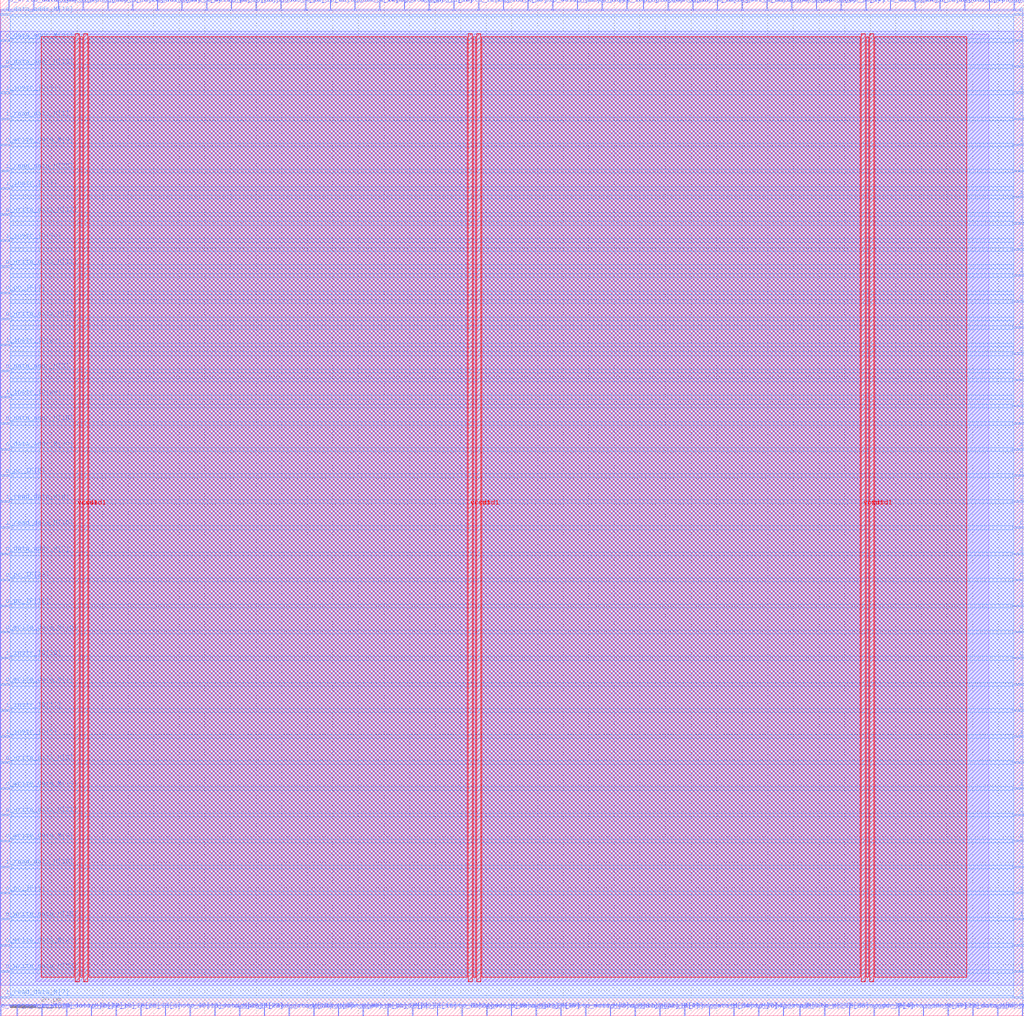
<source format=lef>
VERSION 5.7 ;
  NOWIREEXTENSIONATPIN ON ;
  DIVIDERCHAR "/" ;
  BUSBITCHARS "[]" ;
MACRO core
  CLASS BLOCK ;
  FOREIGN core ;
  ORIGIN 0.000 0.000 ;
  SIZE 400.210 BY 397.090 ;
  PIN clk
    DIRECTION INPUT ;
    USE SIGNAL ;
    ANTENNAGATEAREA 0.852000 ;
    PORT
      LAYER met2 ;
        RECT 312.430 0.000 312.710 4.000 ;
    END
  END clk
  PIN i_instr_ID[0]
    DIRECTION INPUT ;
    USE SIGNAL ;
    PORT
      LAYER met2 ;
        RECT 196.510 393.090 196.790 397.090 ;
    END
  END i_instr_ID[0]
  PIN i_instr_ID[10]
    DIRECTION INPUT ;
    USE SIGNAL ;
    ANTENNAGATEAREA 0.196500 ;
    PORT
      LAYER met3 ;
        RECT 396.210 380.840 400.210 381.440 ;
    END
  END i_instr_ID[10]
  PIN i_instr_ID[11]
    DIRECTION INPUT ;
    USE SIGNAL ;
    ANTENNAGATEAREA 0.196500 ;
    PORT
      LAYER met3 ;
        RECT 396.210 319.640 400.210 320.240 ;
    END
  END i_instr_ID[11]
  PIN i_instr_ID[12]
    DIRECTION INPUT ;
    USE SIGNAL ;
    ANTENNAGATEAREA 0.196500 ;
    PORT
      LAYER met2 ;
        RECT 235.150 393.090 235.430 397.090 ;
    END
  END i_instr_ID[12]
  PIN i_instr_ID[13]
    DIRECTION INPUT ;
    USE SIGNAL ;
    ANTENNAGATEAREA 0.159000 ;
    PORT
      LAYER met3 ;
        RECT 0.000 119.040 4.000 119.640 ;
    END
  END i_instr_ID[13]
  PIN i_instr_ID[14]
    DIRECTION INPUT ;
    USE SIGNAL ;
    ANTENNAGATEAREA 0.196500 ;
    PORT
      LAYER met2 ;
        RECT 357.510 393.090 357.790 397.090 ;
    END
  END i_instr_ID[14]
  PIN i_instr_ID[15]
    DIRECTION INPUT ;
    USE SIGNAL ;
    ANTENNAGATEAREA 0.196500 ;
    PORT
      LAYER met2 ;
        RECT 64.490 0.000 64.770 4.000 ;
    END
  END i_instr_ID[15]
  PIN i_instr_ID[16]
    DIRECTION INPUT ;
    USE SIGNAL ;
    ANTENNAGATEAREA 0.196500 ;
    PORT
      LAYER met3 ;
        RECT 396.210 6.840 400.210 7.440 ;
    END
  END i_instr_ID[16]
  PIN i_instr_ID[17]
    DIRECTION INPUT ;
    USE SIGNAL ;
    ANTENNAGATEAREA 0.196500 ;
    PORT
      LAYER met2 ;
        RECT 244.810 393.090 245.090 397.090 ;
    END
  END i_instr_ID[17]
  PIN i_instr_ID[18]
    DIRECTION INPUT ;
    USE SIGNAL ;
    ANTENNAGATEAREA 0.196500 ;
    PORT
      LAYER met3 ;
        RECT 396.210 108.840 400.210 109.440 ;
    END
  END i_instr_ID[18]
  PIN i_instr_ID[19]
    DIRECTION INPUT ;
    USE SIGNAL ;
    ANTENNAGATEAREA 0.196500 ;
    PORT
      LAYER met3 ;
        RECT 396.210 221.040 400.210 221.640 ;
    END
  END i_instr_ID[19]
  PIN i_instr_ID[1]
    DIRECTION INPUT ;
    USE SIGNAL ;
    PORT
      LAYER met2 ;
        RECT 138.550 393.090 138.830 397.090 ;
    END
  END i_instr_ID[1]
  PIN i_instr_ID[20]
    DIRECTION INPUT ;
    USE SIGNAL ;
    ANTENNAGATEAREA 0.196500 ;
    PORT
      LAYER met3 ;
        RECT 0.000 139.440 4.000 140.040 ;
    END
  END i_instr_ID[20]
  PIN i_instr_ID[21]
    DIRECTION INPUT ;
    USE SIGNAL ;
    ANTENNAGATEAREA 0.196500 ;
    PORT
      LAYER met2 ;
        RECT 177.190 393.090 177.470 397.090 ;
    END
  END i_instr_ID[21]
  PIN i_instr_ID[22]
    DIRECTION INPUT ;
    USE SIGNAL ;
    ANTENNAGATEAREA 0.196500 ;
    PORT
      LAYER met2 ;
        RECT 25.850 0.000 26.130 4.000 ;
    END
  END i_instr_ID[22]
  PIN i_instr_ID[23]
    DIRECTION INPUT ;
    USE SIGNAL ;
    ANTENNAGATEAREA 0.196500 ;
    PORT
      LAYER met3 ;
        RECT 0.000 261.840 4.000 262.440 ;
    END
  END i_instr_ID[23]
  PIN i_instr_ID[24]
    DIRECTION INPUT ;
    USE SIGNAL ;
    ANTENNAGATEAREA 0.196500 ;
    PORT
      LAYER met2 ;
        RECT 170.750 0.000 171.030 4.000 ;
    END
  END i_instr_ID[24]
  PIN i_instr_ID[25]
    DIRECTION INPUT ;
    USE SIGNAL ;
    ANTENNAGATEAREA 0.196500 ;
    PORT
      LAYER met3 ;
        RECT 396.210 180.240 400.210 180.840 ;
    END
  END i_instr_ID[25]
  PIN i_instr_ID[26]
    DIRECTION INPUT ;
    USE SIGNAL ;
    ANTENNAGATEAREA 0.196500 ;
    PORT
      LAYER met2 ;
        RECT 41.950 393.090 42.230 397.090 ;
    END
  END i_instr_ID[26]
  PIN i_instr_ID[27]
    DIRECTION INPUT ;
    USE SIGNAL ;
    ANTENNAGATEAREA 0.196500 ;
    PORT
      LAYER met2 ;
        RECT 270.570 393.090 270.850 397.090 ;
    END
  END i_instr_ID[27]
  PIN i_instr_ID[28]
    DIRECTION INPUT ;
    USE SIGNAL ;
    ANTENNAGATEAREA 0.196500 ;
    PORT
      LAYER met3 ;
        RECT 0.000 241.440 4.000 242.040 ;
    END
  END i_instr_ID[28]
  PIN i_instr_ID[29]
    DIRECTION INPUT ;
    USE SIGNAL ;
    ANTENNAGATEAREA 0.196500 ;
    PORT
      LAYER met2 ;
        RECT 360.730 0.000 361.010 4.000 ;
    END
  END i_instr_ID[29]
  PIN i_instr_ID[2]
    DIRECTION INPUT ;
    USE SIGNAL ;
    ANTENNAGATEAREA 0.196500 ;
    PORT
      LAYER met2 ;
        RECT 396.150 393.090 396.430 397.090 ;
    END
  END i_instr_ID[2]
  PIN i_instr_ID[30]
    DIRECTION INPUT ;
    USE SIGNAL ;
    ANTENNAGATEAREA 0.159000 ;
    PORT
      LAYER met3 ;
        RECT 0.000 302.640 4.000 303.240 ;
    END
  END i_instr_ID[30]
  PIN i_instr_ID[31]
    DIRECTION INPUT ;
    USE SIGNAL ;
    ANTENNAGATEAREA 0.213000 ;
    PORT
      LAYER met3 ;
        RECT 0.000 360.440 4.000 361.040 ;
    END
  END i_instr_ID[31]
  PIN i_instr_ID[3]
    DIRECTION INPUT ;
    USE SIGNAL ;
    ANTENNAGATEAREA 0.196500 ;
    PORT
      LAYER met3 ;
        RECT 396.210 37.440 400.210 38.040 ;
    END
  END i_instr_ID[3]
  PIN i_instr_ID[4]
    DIRECTION INPUT ;
    USE SIGNAL ;
    ANTENNAGATEAREA 0.196500 ;
    PORT
      LAYER met2 ;
        RECT 286.670 0.000 286.950 4.000 ;
    END
  END i_instr_ID[4]
  PIN i_instr_ID[5]
    DIRECTION INPUT ;
    USE SIGNAL ;
    ANTENNAGATEAREA 0.159000 ;
    PORT
      LAYER met3 ;
        RECT 0.000 108.840 4.000 109.440 ;
    END
  END i_instr_ID[5]
  PIN i_instr_ID[6]
    DIRECTION INPUT ;
    USE SIGNAL ;
    ANTENNAGATEAREA 0.213000 ;
    PORT
      LAYER met2 ;
        RECT 389.710 0.000 389.990 4.000 ;
    END
  END i_instr_ID[6]
  PIN i_instr_ID[7]
    DIRECTION INPUT ;
    USE SIGNAL ;
    ANTENNAGATEAREA 0.159000 ;
    PORT
      LAYER met3 ;
        RECT 0.000 323.040 4.000 323.640 ;
    END
  END i_instr_ID[7]
  PIN i_instr_ID[8]
    DIRECTION INPUT ;
    USE SIGNAL ;
    ANTENNAGATEAREA 0.196500 ;
    PORT
      LAYER met2 ;
        RECT 109.570 393.090 109.850 397.090 ;
    END
  END i_instr_ID[8]
  PIN i_instr_ID[9]
    DIRECTION INPUT ;
    USE SIGNAL ;
    ANTENNAGATEAREA 0.196500 ;
    PORT
      LAYER met2 ;
        RECT 225.490 393.090 225.770 397.090 ;
    END
  END i_instr_ID[9]
  PIN i_read_data_M[0]
    DIRECTION INPUT ;
    USE SIGNAL ;
    ANTENNAGATEAREA 0.196500 ;
    PORT
      LAYER met2 ;
        RECT 367.170 393.090 367.450 397.090 ;
    END
  END i_read_data_M[0]
  PIN i_read_data_M[10]
    DIRECTION INPUT ;
    USE SIGNAL ;
    ANTENNAGATEAREA 0.196500 ;
    PORT
      LAYER met3 ;
        RECT 0.000 190.440 4.000 191.040 ;
    END
  END i_read_data_M[10]
  PIN i_read_data_M[11]
    DIRECTION INPUT ;
    USE SIGNAL ;
    ANTENNAGATEAREA 0.196500 ;
    PORT
      LAYER met2 ;
        RECT 51.610 393.090 51.890 397.090 ;
    END
  END i_read_data_M[11]
  PIN i_read_data_M[12]
    DIRECTION INPUT ;
    USE SIGNAL ;
    ANTENNAGATEAREA 0.196500 ;
    PORT
      LAYER met3 ;
        RECT 396.210 309.440 400.210 310.040 ;
    END
  END i_read_data_M[12]
  PIN i_read_data_M[13]
    DIRECTION INPUT ;
    USE SIGNAL ;
    ANTENNAGATEAREA 0.196500 ;
    PORT
      LAYER met2 ;
        RECT 386.490 393.090 386.770 397.090 ;
    END
  END i_read_data_M[13]
  PIN i_read_data_M[14]
    DIRECTION INPUT ;
    USE SIGNAL ;
    ANTENNAGATEAREA 0.196500 ;
    PORT
      LAYER met3 ;
        RECT 396.210 289.040 400.210 289.640 ;
    END
  END i_read_data_M[14]
  PIN i_read_data_M[15]
    DIRECTION INPUT ;
    USE SIGNAL ;
    ANTENNAGATEAREA 0.196500 ;
    PORT
      LAYER met2 ;
        RECT 199.730 0.000 200.010 4.000 ;
    END
  END i_read_data_M[15]
  PIN i_read_data_M[16]
    DIRECTION INPUT ;
    USE SIGNAL ;
    ANTENNAGATEAREA 0.196500 ;
    PORT
      LAYER met2 ;
        RECT 103.130 0.000 103.410 4.000 ;
    END
  END i_read_data_M[16]
  PIN i_read_data_M[17]
    DIRECTION INPUT ;
    USE SIGNAL ;
    ANTENNAGATEAREA 0.196500 ;
    PORT
      LAYER met2 ;
        RECT 296.330 0.000 296.610 4.000 ;
    END
  END i_read_data_M[17]
  PIN i_read_data_M[18]
    DIRECTION INPUT ;
    USE SIGNAL ;
    ANTENNAGATEAREA 0.196500 ;
    PORT
      LAYER met3 ;
        RECT 396.210 159.840 400.210 160.440 ;
    END
  END i_read_data_M[18]
  PIN i_read_data_M[19]
    DIRECTION INPUT ;
    USE SIGNAL ;
    ANTENNAGATEAREA 0.196500 ;
    PORT
      LAYER met3 ;
        RECT 0.000 57.840 4.000 58.440 ;
    END
  END i_read_data_M[19]
  PIN i_read_data_M[1]
    DIRECTION INPUT ;
    USE SIGNAL ;
    ANTENNAGATEAREA 0.196500 ;
    PORT
      LAYER met3 ;
        RECT 0.000 350.240 4.000 350.840 ;
    END
  END i_read_data_M[1]
  PIN i_read_data_M[20]
    DIRECTION INPUT ;
    USE SIGNAL ;
    ANTENNAGATEAREA 0.196500 ;
    PORT
      LAYER met3 ;
        RECT 396.210 17.040 400.210 17.640 ;
    END
  END i_read_data_M[20]
  PIN i_read_data_M[21]
    DIRECTION INPUT ;
    USE SIGNAL ;
    ANTENNAGATEAREA 0.196500 ;
    PORT
      LAYER met2 ;
        RECT 157.870 393.090 158.150 397.090 ;
    END
  END i_read_data_M[21]
  PIN i_read_data_M[22]
    DIRECTION INPUT ;
    USE SIGNAL ;
    ANTENNAGATEAREA 0.196500 ;
    PORT
      LAYER met2 ;
        RECT 238.370 0.000 238.650 4.000 ;
    END
  END i_read_data_M[22]
  PIN i_read_data_M[23]
    DIRECTION INPUT ;
    USE SIGNAL ;
    ANTENNAGATEAREA 0.196500 ;
    PORT
      LAYER met2 ;
        RECT 83.810 0.000 84.090 4.000 ;
    END
  END i_read_data_M[23]
  PIN i_read_data_M[24]
    DIRECTION INPUT ;
    USE SIGNAL ;
    ANTENNAGATEAREA 0.196500 ;
    PORT
      LAYER met2 ;
        RECT 267.350 0.000 267.630 4.000 ;
    END
  END i_read_data_M[24]
  PIN i_read_data_M[25]
    DIRECTION INPUT ;
    USE SIGNAL ;
    ANTENNAGATEAREA 0.196500 ;
    PORT
      LAYER met2 ;
        RECT 186.850 393.090 187.130 397.090 ;
    END
  END i_read_data_M[25]
  PIN i_read_data_M[26]
    DIRECTION INPUT ;
    USE SIGNAL ;
    ANTENNAGATEAREA 0.196500 ;
    PORT
      LAYER met2 ;
        RECT 32.290 393.090 32.570 397.090 ;
    END
  END i_read_data_M[26]
  PIN i_read_data_M[27]
    DIRECTION INPUT ;
    USE SIGNAL ;
    ANTENNAGATEAREA 0.196500 ;
    PORT
      LAYER met3 ;
        RECT 396.210 299.240 400.210 299.840 ;
    END
  END i_read_data_M[27]
  PIN i_read_data_M[28]
    DIRECTION INPUT ;
    USE SIGNAL ;
    ANTENNAGATEAREA 0.196500 ;
    PORT
      LAYER met3 ;
        RECT 0.000 329.840 4.000 330.440 ;
    END
  END i_read_data_M[28]
  PIN i_read_data_M[29]
    DIRECTION INPUT ;
    USE SIGNAL ;
    ANTENNAGATEAREA 0.196500 ;
    PORT
      LAYER met2 ;
        RECT 305.990 0.000 306.270 4.000 ;
    END
  END i_read_data_M[29]
  PIN i_read_data_M[2]
    DIRECTION INPUT ;
    USE SIGNAL ;
    ANTENNAGATEAREA 0.196500 ;
    PORT
      LAYER met2 ;
        RECT 148.210 393.090 148.490 397.090 ;
    END
  END i_read_data_M[2]
  PIN i_read_data_M[30]
    DIRECTION INPUT ;
    USE SIGNAL ;
    ANTENNAGATEAREA 0.196500 ;
    PORT
      LAYER met3 ;
        RECT 396.210 88.440 400.210 89.040 ;
    END
  END i_read_data_M[30]
  PIN i_read_data_M[31]
    DIRECTION INPUT ;
    USE SIGNAL ;
    ANTENNAGATEAREA 0.196500 ;
    PORT
      LAYER met3 ;
        RECT 396.210 340.040 400.210 340.640 ;
    END
  END i_read_data_M[31]
  PIN i_read_data_M[3]
    DIRECTION INPUT ;
    USE SIGNAL ;
    ANTENNAGATEAREA 0.196500 ;
    PORT
      LAYER met3 ;
        RECT 396.210 129.240 400.210 129.840 ;
    END
  END i_read_data_M[3]
  PIN i_read_data_M[4]
    DIRECTION INPUT ;
    USE SIGNAL ;
    ANTENNAGATEAREA 0.196500 ;
    PORT
      LAYER met2 ;
        RECT 248.030 0.000 248.310 4.000 ;
    END
  END i_read_data_M[4]
  PIN i_read_data_M[5]
    DIRECTION INPUT ;
    USE SIGNAL ;
    ANTENNAGATEAREA 0.196500 ;
    PORT
      LAYER met3 ;
        RECT 396.210 47.640 400.210 48.240 ;
    END
  END i_read_data_M[5]
  PIN i_read_data_M[6]
    DIRECTION INPUT ;
    USE SIGNAL ;
    ANTENNAGATEAREA 0.196500 ;
    PORT
      LAYER met3 ;
        RECT 0.000 200.640 4.000 201.240 ;
    END
  END i_read_data_M[6]
  PIN i_read_data_M[7]
    DIRECTION INPUT ;
    USE SIGNAL ;
    ANTENNAGATEAREA 0.196500 ;
    PORT
      LAYER met3 ;
        RECT 0.000 6.840 4.000 7.440 ;
    END
  END i_read_data_M[7]
  PIN i_read_data_M[8]
    DIRECTION INPUT ;
    USE SIGNAL ;
    ANTENNAGATEAREA 0.196500 ;
    PORT
      LAYER met3 ;
        RECT 396.210 360.440 400.210 361.040 ;
    END
  END i_read_data_M[8]
  PIN i_read_data_M[9]
    DIRECTION INPUT ;
    USE SIGNAL ;
    ANTENNAGATEAREA 0.196500 ;
    PORT
      LAYER met2 ;
        RECT 112.790 0.000 113.070 4.000 ;
    END
  END i_read_data_M[9]
  PIN o_data_addr_M[0]
    DIRECTION OUTPUT TRISTATE ;
    USE SIGNAL ;
    ANTENNADIFFAREA 2.673000 ;
    PORT
      LAYER met2 ;
        RECT 376.830 393.090 377.110 397.090 ;
    END
  END o_data_addr_M[0]
  PIN o_data_addr_M[10]
    DIRECTION OUTPUT TRISTATE ;
    USE SIGNAL ;
    ANTENNADIFFAREA 2.673000 ;
    PORT
      LAYER met3 ;
        RECT 0.000 391.040 4.000 391.640 ;
    END
  END o_data_addr_M[10]
  PIN o_data_addr_M[11]
    DIRECTION OUTPUT TRISTATE ;
    USE SIGNAL ;
    ANTENNADIFFAREA 2.673000 ;
    PORT
      LAYER met2 ;
        RECT 132.110 0.000 132.390 4.000 ;
    END
  END o_data_addr_M[11]
  PIN o_data_addr_M[12]
    DIRECTION OUTPUT TRISTATE ;
    USE SIGNAL ;
    ANTENNADIFFAREA 2.673000 ;
    PORT
      LAYER met2 ;
        RECT 280.230 393.090 280.510 397.090 ;
    END
  END o_data_addr_M[12]
  PIN o_data_addr_M[13]
    DIRECTION OUTPUT TRISTATE ;
    USE SIGNAL ;
    ANTENNADIFFAREA 2.673000 ;
    PORT
      LAYER met2 ;
        RECT 260.910 393.090 261.190 397.090 ;
    END
  END o_data_addr_M[13]
  PIN o_data_addr_M[14]
    DIRECTION OUTPUT TRISTATE ;
    USE SIGNAL ;
    ANTENNADIFFAREA 2.673000 ;
    PORT
      LAYER met2 ;
        RECT 128.890 393.090 129.170 397.090 ;
    END
  END o_data_addr_M[14]
  PIN o_data_addr_M[15]
    DIRECTION OUTPUT TRISTATE ;
    USE SIGNAL ;
    ANTENNADIFFAREA 2.673000 ;
    PORT
      LAYER met3 ;
        RECT 0.000 370.640 4.000 371.240 ;
    END
  END o_data_addr_M[15]
  PIN o_data_addr_M[16]
    DIRECTION OUTPUT TRISTATE ;
    USE SIGNAL ;
    ANTENNADIFFAREA 2.673000 ;
    PORT
      LAYER met2 ;
        RECT 22.630 393.090 22.910 397.090 ;
    END
  END o_data_addr_M[16]
  PIN o_data_addr_M[17]
    DIRECTION OUTPUT TRISTATE ;
    USE SIGNAL ;
    ANTENNADIFFAREA 2.673000 ;
    PORT
      LAYER met3 ;
        RECT 396.210 350.240 400.210 350.840 ;
    END
  END o_data_addr_M[17]
  PIN o_data_addr_M[18]
    DIRECTION OUTPUT TRISTATE ;
    USE SIGNAL ;
    ANTENNADIFFAREA 2.673000 ;
    PORT
      LAYER met2 ;
        RECT 180.410 0.000 180.690 4.000 ;
    END
  END o_data_addr_M[18]
  PIN o_data_addr_M[19]
    DIRECTION OUTPUT TRISTATE ;
    USE SIGNAL ;
    ANTENNADIFFAREA 2.673000 ;
    PORT
      LAYER met3 ;
        RECT 0.000 231.240 4.000 231.840 ;
    END
  END o_data_addr_M[19]
  PIN o_data_addr_M[1]
    DIRECTION OUTPUT TRISTATE ;
    USE SIGNAL ;
    ANTENNADIFFAREA 2.673000 ;
    PORT
      LAYER met3 ;
        RECT 396.210 278.840 400.210 279.440 ;
    END
  END o_data_addr_M[1]
  PIN o_data_addr_M[20]
    DIRECTION OUTPUT TRISTATE ;
    USE SIGNAL ;
    ANTENNADIFFAREA 2.673000 ;
    PORT
      LAYER met2 ;
        RECT 122.450 0.000 122.730 4.000 ;
    END
  END o_data_addr_M[20]
  PIN o_data_addr_M[21]
    DIRECTION OUTPUT TRISTATE ;
    USE SIGNAL ;
    ANTENNADIFFAREA 2.673000 ;
    PORT
      LAYER met3 ;
        RECT 0.000 380.840 4.000 381.440 ;
    END
  END o_data_addr_M[21]
  PIN o_data_addr_M[22]
    DIRECTION OUTPUT TRISTATE ;
    USE SIGNAL ;
    ANTENNADIFFAREA 2.673000 ;
    PORT
      LAYER met3 ;
        RECT 396.210 238.040 400.210 238.640 ;
    END
  END o_data_addr_M[22]
  PIN o_data_addr_M[23]
    DIRECTION OUTPUT TRISTATE ;
    USE SIGNAL ;
    ANTENNADIFFAREA 2.673000 ;
    PORT
      LAYER met2 ;
        RECT 380.050 0.000 380.330 4.000 ;
    END
  END o_data_addr_M[23]
  PIN o_data_addr_M[24]
    DIRECTION OUTPUT TRISTATE ;
    USE SIGNAL ;
    ANTENNADIFFAREA 2.673000 ;
    PORT
      LAYER met3 ;
        RECT 396.210 78.240 400.210 78.840 ;
    END
  END o_data_addr_M[24]
  PIN o_data_addr_M[25]
    DIRECTION OUTPUT TRISTATE ;
    USE SIGNAL ;
    ANTENNADIFFAREA 2.673000 ;
    PORT
      LAYER met2 ;
        RECT 99.910 393.090 100.190 397.090 ;
    END
  END o_data_addr_M[25]
  PIN o_data_addr_M[26]
    DIRECTION OUTPUT TRISTATE ;
    USE SIGNAL ;
    ANTENNADIFFAREA 2.673000 ;
    PORT
      LAYER met3 ;
        RECT 396.210 149.640 400.210 150.240 ;
    END
  END o_data_addr_M[26]
  PIN o_data_addr_M[27]
    DIRECTION OUTPUT TRISTATE ;
    USE SIGNAL ;
    ANTENNADIFFAREA 2.673000 ;
    PORT
      LAYER met2 ;
        RECT 351.070 0.000 351.350 4.000 ;
    END
  END o_data_addr_M[27]
  PIN o_data_addr_M[28]
    DIRECTION OUTPUT TRISTATE ;
    USE SIGNAL ;
    ANTENNADIFFAREA 2.673000 ;
    PORT
      LAYER met2 ;
        RECT 347.850 393.090 348.130 397.090 ;
    END
  END o_data_addr_M[28]
  PIN o_data_addr_M[29]
    DIRECTION OUTPUT TRISTATE ;
    USE SIGNAL ;
    ANTENNADIFFAREA 2.673000 ;
    PORT
      LAYER met3 ;
        RECT 396.210 170.040 400.210 170.640 ;
    END
  END o_data_addr_M[29]
  PIN o_data_addr_M[2]
    DIRECTION OUTPUT TRISTATE ;
    USE SIGNAL ;
    ANTENNADIFFAREA 2.673000 ;
    PORT
      LAYER met3 ;
        RECT 0.000 180.240 4.000 180.840 ;
    END
  END o_data_addr_M[2]
  PIN o_data_addr_M[30]
    DIRECTION OUTPUT TRISTATE ;
    USE SIGNAL ;
    ANTENNADIFFAREA 2.673000 ;
    PORT
      LAYER met3 ;
        RECT 0.000 221.040 4.000 221.640 ;
    END
  END o_data_addr_M[30]
  PIN o_data_addr_M[31]
    DIRECTION OUTPUT TRISTATE ;
    USE SIGNAL ;
    ANTENNADIFFAREA 2.673000 ;
    PORT
      LAYER met2 ;
        RECT 251.250 393.090 251.530 397.090 ;
    END
  END o_data_addr_M[31]
  PIN o_data_addr_M[3]
    DIRECTION OUTPUT TRISTATE ;
    USE SIGNAL ;
    ANTENNADIFFAREA 2.673000 ;
    PORT
      LAYER met3 ;
        RECT 0.000 251.640 4.000 252.240 ;
    END
  END o_data_addr_M[3]
  PIN o_data_addr_M[4]
    DIRECTION OUTPUT TRISTATE ;
    USE SIGNAL ;
    ANTENNADIFFAREA 2.673000 ;
    PORT
      LAYER met2 ;
        RECT 331.750 0.000 332.030 4.000 ;
    END
  END o_data_addr_M[4]
  PIN o_data_addr_M[5]
    DIRECTION OUTPUT TRISTATE ;
    USE SIGNAL ;
    ANTENNADIFFAREA 2.673000 ;
    PORT
      LAYER met2 ;
        RECT 12.970 393.090 13.250 397.090 ;
    END
  END o_data_addr_M[5]
  PIN o_data_addr_M[6]
    DIRECTION OUTPUT TRISTATE ;
    USE SIGNAL ;
    ANTENNADIFFAREA 2.673000 ;
    PORT
      LAYER met2 ;
        RECT 61.270 393.090 61.550 397.090 ;
    END
  END o_data_addr_M[6]
  PIN o_data_addr_M[7]
    DIRECTION OUTPUT TRISTATE ;
    USE SIGNAL ;
    ANTENNADIFFAREA 2.673000 ;
    PORT
      LAYER met2 ;
        RECT 309.210 393.090 309.490 397.090 ;
    END
  END o_data_addr_M[7]
  PIN o_data_addr_M[8]
    DIRECTION OUTPUT TRISTATE ;
    USE SIGNAL ;
    ANTENNADIFFAREA 2.673000 ;
    PORT
      LAYER met2 ;
        RECT 318.870 393.090 319.150 397.090 ;
    END
  END o_data_addr_M[8]
  PIN o_data_addr_M[9]
    DIRECTION OUTPUT TRISTATE ;
    USE SIGNAL ;
    ANTENNADIFFAREA 2.673000 ;
    PORT
      LAYER met2 ;
        RECT 299.550 393.090 299.830 397.090 ;
    END
  END o_data_addr_M[9]
  PIN o_mem_write_M
    DIRECTION OUTPUT TRISTATE ;
    USE SIGNAL ;
    ANTENNADIFFAREA 2.673000 ;
    PORT
      LAYER met2 ;
        RECT 6.530 0.000 6.810 4.000 ;
    END
  END o_mem_write_M
  PIN o_pc_IF[0]
    DIRECTION OUTPUT TRISTATE ;
    USE SIGNAL ;
    PORT
      LAYER met2 ;
        RECT 54.830 0.000 55.110 4.000 ;
    END
  END o_pc_IF[0]
  PIN o_pc_IF[10]
    DIRECTION OUTPUT TRISTATE ;
    USE SIGNAL ;
    ANTENNADIFFAREA 2.673000 ;
    PORT
      LAYER met3 ;
        RECT 396.210 27.240 400.210 27.840 ;
    END
  END o_pc_IF[10]
  PIN o_pc_IF[11]
    DIRECTION OUTPUT TRISTATE ;
    USE SIGNAL ;
    ANTENNADIFFAREA 2.673000 ;
    PORT
      LAYER met2 ;
        RECT 161.090 0.000 161.370 4.000 ;
    END
  END o_pc_IF[11]
  PIN o_pc_IF[12]
    DIRECTION OUTPUT TRISTATE ;
    USE SIGNAL ;
    ANTENNADIFFAREA 2.673000 ;
    PORT
      LAYER met2 ;
        RECT 119.230 393.090 119.510 397.090 ;
    END
  END o_pc_IF[12]
  PIN o_pc_IF[13]
    DIRECTION OUTPUT TRISTATE ;
    USE SIGNAL ;
    ANTENNADIFFAREA 2.673000 ;
    PORT
      LAYER met3 ;
        RECT 396.210 200.640 400.210 201.240 ;
    END
  END o_pc_IF[13]
  PIN o_pc_IF[14]
    DIRECTION OUTPUT TRISTATE ;
    USE SIGNAL ;
    ANTENNADIFFAREA 2.673000 ;
    PORT
      LAYER met2 ;
        RECT 328.530 393.090 328.810 397.090 ;
    END
  END o_pc_IF[14]
  PIN o_pc_IF[15]
    DIRECTION OUTPUT TRISTATE ;
    USE SIGNAL ;
    ANTENNADIFFAREA 2.673000 ;
    PORT
      LAYER met2 ;
        RECT 35.510 0.000 35.790 4.000 ;
    END
  END o_pc_IF[15]
  PIN o_pc_IF[16]
    DIRECTION OUTPUT TRISTATE ;
    USE SIGNAL ;
    ANTENNADIFFAREA 2.673000 ;
    PORT
      LAYER met3 ;
        RECT 0.000 159.840 4.000 160.440 ;
    END
  END o_pc_IF[16]
  PIN o_pc_IF[17]
    DIRECTION OUTPUT TRISTATE ;
    USE SIGNAL ;
    ANTENNADIFFAREA 2.673000 ;
    PORT
      LAYER met3 ;
        RECT 396.210 210.840 400.210 211.440 ;
    END
  END o_pc_IF[17]
  PIN o_pc_IF[18]
    DIRECTION OUTPUT TRISTATE ;
    USE SIGNAL ;
    ANTENNADIFFAREA 2.673000 ;
    PORT
      LAYER met2 ;
        RECT 167.530 393.090 167.810 397.090 ;
    END
  END o_pc_IF[18]
  PIN o_pc_IF[19]
    DIRECTION OUTPUT TRISTATE ;
    USE SIGNAL ;
    ANTENNADIFFAREA 2.673000 ;
    PORT
      LAYER met3 ;
        RECT 396.210 139.440 400.210 140.040 ;
    END
  END o_pc_IF[19]
  PIN o_pc_IF[1]
    DIRECTION OUTPUT TRISTATE ;
    USE SIGNAL ;
    PORT
      LAYER met3 ;
        RECT 0.000 47.640 4.000 48.240 ;
    END
  END o_pc_IF[1]
  PIN o_pc_IF[20]
    DIRECTION OUTPUT TRISTATE ;
    USE SIGNAL ;
    ANTENNADIFFAREA 2.673000 ;
    PORT
      LAYER met2 ;
        RECT 209.390 0.000 209.670 4.000 ;
    END
  END o_pc_IF[20]
  PIN o_pc_IF[21]
    DIRECTION OUTPUT TRISTATE ;
    USE SIGNAL ;
    ANTENNADIFFAREA 2.673000 ;
    PORT
      LAYER met3 ;
        RECT 396.210 268.640 400.210 269.240 ;
    END
  END o_pc_IF[21]
  PIN o_pc_IF[22]
    DIRECTION OUTPUT TRISTATE ;
    USE SIGNAL ;
    ANTENNADIFFAREA 2.673000 ;
    PORT
      LAYER met3 ;
        RECT 0.000 170.040 4.000 170.640 ;
    END
  END o_pc_IF[22]
  PIN o_pc_IF[23]
    DIRECTION OUTPUT TRISTATE ;
    USE SIGNAL ;
    ANTENNADIFFAREA 2.673000 ;
    PORT
      LAYER met2 ;
        RECT 93.470 0.000 93.750 4.000 ;
    END
  END o_pc_IF[23]
  PIN o_pc_IF[24]
    DIRECTION OUTPUT TRISTATE ;
    USE SIGNAL ;
    ANTENNADIFFAREA 2.673000 ;
    PORT
      LAYER met3 ;
        RECT 396.210 98.640 400.210 99.240 ;
    END
  END o_pc_IF[24]
  PIN o_pc_IF[25]
    DIRECTION OUTPUT TRISTATE ;
    USE SIGNAL ;
    ANTENNADIFFAREA 2.673000 ;
    PORT
      LAYER met2 ;
        RECT 257.690 0.000 257.970 4.000 ;
    END
  END o_pc_IF[25]
  PIN o_pc_IF[26]
    DIRECTION OUTPUT TRISTATE ;
    USE SIGNAL ;
    ANTENNADIFFAREA 2.673000 ;
    PORT
      LAYER met2 ;
        RECT 399.370 0.000 399.650 4.000 ;
    END
  END o_pc_IF[26]
  PIN o_pc_IF[27]
    DIRECTION OUTPUT TRISTATE ;
    USE SIGNAL ;
    ANTENNADIFFAREA 2.673000 ;
    PORT
      LAYER met2 ;
        RECT 90.250 393.090 90.530 397.090 ;
    END
  END o_pc_IF[27]
  PIN o_pc_IF[28]
    DIRECTION OUTPUT TRISTATE ;
    USE SIGNAL ;
    ANTENNADIFFAREA 2.673000 ;
    PORT
      LAYER met2 ;
        RECT 322.090 0.000 322.370 4.000 ;
    END
  END o_pc_IF[28]
  PIN o_pc_IF[29]
    DIRECTION OUTPUT TRISTATE ;
    USE SIGNAL ;
    ANTENNADIFFAREA 2.673000 ;
    PORT
      LAYER met2 ;
        RECT 45.170 0.000 45.450 4.000 ;
    END
  END o_pc_IF[29]
  PIN o_pc_IF[2]
    DIRECTION OUTPUT TRISTATE ;
    USE SIGNAL ;
    ANTENNADIFFAREA 2.673000 ;
    PORT
      LAYER met2 ;
        RECT 151.430 0.000 151.710 4.000 ;
    END
  END o_pc_IF[2]
  PIN o_pc_IF[30]
    DIRECTION OUTPUT TRISTATE ;
    USE SIGNAL ;
    ANTENNADIFFAREA 2.673000 ;
    PORT
      LAYER met3 ;
        RECT 396.210 57.840 400.210 58.440 ;
    END
  END o_pc_IF[30]
  PIN o_pc_IF[31]
    DIRECTION OUTPUT TRISTATE ;
    USE SIGNAL ;
    ANTENNADIFFAREA 2.673000 ;
    PORT
      LAYER met3 ;
        RECT 396.210 329.840 400.210 330.440 ;
    END
  END o_pc_IF[31]
  PIN o_pc_IF[3]
    DIRECTION OUTPUT TRISTATE ;
    USE SIGNAL ;
    ANTENNADIFFAREA 2.673000 ;
    PORT
      LAYER met3 ;
        RECT 396.210 231.240 400.210 231.840 ;
    END
  END o_pc_IF[3]
  PIN o_pc_IF[4]
    DIRECTION OUTPUT TRISTATE ;
    USE SIGNAL ;
    ANTENNADIFFAREA 2.673000 ;
    PORT
      LAYER met2 ;
        RECT 341.410 0.000 341.690 4.000 ;
    END
  END o_pc_IF[4]
  PIN o_pc_IF[5]
    DIRECTION OUTPUT TRISTATE ;
    USE SIGNAL ;
    ANTENNADIFFAREA 2.673000 ;
    PORT
      LAYER met3 ;
        RECT 0.000 210.840 4.000 211.440 ;
    END
  END o_pc_IF[5]
  PIN o_pc_IF[6]
    DIRECTION OUTPUT TRISTATE ;
    USE SIGNAL ;
    ANTENNADIFFAREA 2.673000 ;
    PORT
      LAYER met3 ;
        RECT 396.210 119.040 400.210 119.640 ;
    END
  END o_pc_IF[6]
  PIN o_pc_IF[7]
    DIRECTION OUTPUT TRISTATE ;
    USE SIGNAL ;
    ANTENNADIFFAREA 2.673000 ;
    PORT
      LAYER met3 ;
        RECT 0.000 282.240 4.000 282.840 ;
    END
  END o_pc_IF[7]
  PIN o_pc_IF[8]
    DIRECTION OUTPUT TRISTATE ;
    USE SIGNAL ;
    ANTENNADIFFAREA 2.673000 ;
    PORT
      LAYER met3 ;
        RECT 396.210 248.240 400.210 248.840 ;
    END
  END o_pc_IF[8]
  PIN o_pc_IF[9]
    DIRECTION OUTPUT TRISTATE ;
    USE SIGNAL ;
    ANTENNADIFFAREA 2.673000 ;
    PORT
      LAYER met3 ;
        RECT 396.210 370.640 400.210 371.240 ;
    END
  END o_pc_IF[9]
  PIN o_write_data_M[0]
    DIRECTION OUTPUT TRISTATE ;
    USE SIGNAL ;
    ANTENNADIFFAREA 2.673000 ;
    PORT
      LAYER met2 ;
        RECT 370.390 0.000 370.670 4.000 ;
    END
  END o_write_data_M[0]
  PIN o_write_data_M[10]
    DIRECTION OUTPUT TRISTATE ;
    USE SIGNAL ;
    ANTENNADIFFAREA 2.673000 ;
    PORT
      LAYER met3 ;
        RECT 396.210 391.040 400.210 391.640 ;
    END
  END o_write_data_M[10]
  PIN o_write_data_M[11]
    DIRECTION OUTPUT TRISTATE ;
    USE SIGNAL ;
    ANTENNADIFFAREA 2.673000 ;
    PORT
      LAYER met3 ;
        RECT 0.000 292.440 4.000 293.040 ;
    END
  END o_write_data_M[11]
  PIN o_write_data_M[12]
    DIRECTION OUTPUT TRISTATE ;
    USE SIGNAL ;
    ANTENNADIFFAREA 2.673000 ;
    PORT
      LAYER met3 ;
        RECT 0.000 312.840 4.000 313.440 ;
    END
  END o_write_data_M[12]
  PIN o_write_data_M[13]
    DIRECTION OUTPUT TRISTATE ;
    USE SIGNAL ;
    ANTENNADIFFAREA 2.673000 ;
    PORT
      LAYER met3 ;
        RECT 0.000 88.440 4.000 89.040 ;
    END
  END o_write_data_M[13]
  PIN o_write_data_M[14]
    DIRECTION OUTPUT TRISTATE ;
    USE SIGNAL ;
    ANTENNADIFFAREA 2.673000 ;
    PORT
      LAYER met2 ;
        RECT 0.090 0.000 0.370 4.000 ;
    END
  END o_write_data_M[14]
  PIN o_write_data_M[15]
    DIRECTION OUTPUT TRISTATE ;
    USE SIGNAL ;
    ANTENNADIFFAREA 2.673000 ;
    PORT
      LAYER met3 ;
        RECT 0.000 37.440 4.000 38.040 ;
    END
  END o_write_data_M[15]
  PIN o_write_data_M[16]
    DIRECTION OUTPUT TRISTATE ;
    USE SIGNAL ;
    ANTENNADIFFAREA 2.673000 ;
    PORT
      LAYER met3 ;
        RECT 0.000 149.640 4.000 150.240 ;
    END
  END o_write_data_M[16]
  PIN o_write_data_M[17]
    DIRECTION OUTPUT TRISTATE ;
    USE SIGNAL ;
    ANTENNADIFFAREA 2.673000 ;
    PORT
      LAYER met2 ;
        RECT 80.590 393.090 80.870 397.090 ;
    END
  END o_write_data_M[17]
  PIN o_write_data_M[18]
    DIRECTION OUTPUT TRISTATE ;
    USE SIGNAL ;
    ANTENNADIFFAREA 2.673000 ;
    PORT
      LAYER met2 ;
        RECT 215.830 393.090 216.110 397.090 ;
    END
  END o_write_data_M[18]
  PIN o_write_data_M[19]
    DIRECTION OUTPUT TRISTATE ;
    USE SIGNAL ;
    ANTENNADIFFAREA 2.673000 ;
    PORT
      LAYER met3 ;
        RECT 0.000 272.040 4.000 272.640 ;
    END
  END o_write_data_M[19]
  PIN o_write_data_M[1]
    DIRECTION OUTPUT TRISTATE ;
    USE SIGNAL ;
    ANTENNADIFFAREA 2.673000 ;
    PORT
      LAYER met3 ;
        RECT 0.000 129.240 4.000 129.840 ;
    END
  END o_write_data_M[1]
  PIN o_write_data_M[20]
    DIRECTION OUTPUT TRISTATE ;
    USE SIGNAL ;
    ANTENNADIFFAREA 2.673000 ;
    PORT
      LAYER met2 ;
        RECT 16.190 0.000 16.470 4.000 ;
    END
  END o_write_data_M[20]
  PIN o_write_data_M[21]
    DIRECTION OUTPUT TRISTATE ;
    USE SIGNAL ;
    ANTENNADIFFAREA 2.673000 ;
    PORT
      LAYER met3 ;
        RECT 0.000 78.240 4.000 78.840 ;
    END
  END o_write_data_M[21]
  PIN o_write_data_M[22]
    DIRECTION OUTPUT TRISTATE ;
    USE SIGNAL ;
    ANTENNADIFFAREA 2.673000 ;
    PORT
      LAYER met2 ;
        RECT 206.170 393.090 206.450 397.090 ;
    END
  END o_write_data_M[22]
  PIN o_write_data_M[23]
    DIRECTION OUTPUT TRISTATE ;
    USE SIGNAL ;
    ANTENNADIFFAREA 2.673000 ;
    PORT
      LAYER met2 ;
        RECT 190.070 0.000 190.350 4.000 ;
    END
  END o_write_data_M[23]
  PIN o_write_data_M[24]
    DIRECTION OUTPUT TRISTATE ;
    USE SIGNAL ;
    ANTENNADIFFAREA 2.673000 ;
    PORT
      LAYER met2 ;
        RECT 338.190 393.090 338.470 397.090 ;
    END
  END o_write_data_M[24]
  PIN o_write_data_M[25]
    DIRECTION OUTPUT TRISTATE ;
    USE SIGNAL ;
    ANTENNADIFFAREA 2.673000 ;
    PORT
      LAYER met3 ;
        RECT 396.210 68.040 400.210 68.640 ;
    END
  END o_write_data_M[25]
  PIN o_write_data_M[26]
    DIRECTION OUTPUT TRISTATE ;
    USE SIGNAL ;
    ANTENNADIFFAREA 2.673000 ;
    PORT
      LAYER met3 ;
        RECT 0.000 17.040 4.000 17.640 ;
    END
  END o_write_data_M[26]
  PIN o_write_data_M[27]
    DIRECTION OUTPUT TRISTATE ;
    USE SIGNAL ;
    ANTENNADIFFAREA 2.673000 ;
    PORT
      LAYER met3 ;
        RECT 0.000 27.240 4.000 27.840 ;
    END
  END o_write_data_M[27]
  PIN o_write_data_M[28]
    DIRECTION OUTPUT TRISTATE ;
    USE SIGNAL ;
    ANTENNADIFFAREA 2.673000 ;
    PORT
      LAYER met2 ;
        RECT 74.150 0.000 74.430 4.000 ;
    END
  END o_write_data_M[28]
  PIN o_write_data_M[29]
    DIRECTION OUTPUT TRISTATE ;
    USE SIGNAL ;
    ANTENNADIFFAREA 2.673000 ;
    PORT
      LAYER met2 ;
        RECT 141.770 0.000 142.050 4.000 ;
    END
  END o_write_data_M[29]
  PIN o_write_data_M[2]
    DIRECTION OUTPUT TRISTATE ;
    USE SIGNAL ;
    ANTENNADIFFAREA 2.673000 ;
    PORT
      LAYER met2 ;
        RECT 219.050 0.000 219.330 4.000 ;
    END
  END o_write_data_M[2]
  PIN o_write_data_M[30]
    DIRECTION OUTPUT TRISTATE ;
    USE SIGNAL ;
    ANTENNADIFFAREA 2.673000 ;
    PORT
      LAYER met3 ;
        RECT 396.210 258.440 400.210 259.040 ;
    END
  END o_write_data_M[30]
  PIN o_write_data_M[31]
    DIRECTION OUTPUT TRISTATE ;
    USE SIGNAL ;
    ANTENNADIFFAREA 2.673000 ;
    PORT
      LAYER met2 ;
        RECT 228.710 0.000 228.990 4.000 ;
    END
  END o_write_data_M[31]
  PIN o_write_data_M[3]
    DIRECTION OUTPUT TRISTATE ;
    USE SIGNAL ;
    ANTENNADIFFAREA 2.673000 ;
    PORT
      LAYER met3 ;
        RECT 0.000 68.040 4.000 68.640 ;
    END
  END o_write_data_M[3]
  PIN o_write_data_M[4]
    DIRECTION OUTPUT TRISTATE ;
    USE SIGNAL ;
    ANTENNADIFFAREA 2.673000 ;
    PORT
      LAYER met2 ;
        RECT 289.890 393.090 290.170 397.090 ;
    END
  END o_write_data_M[4]
  PIN o_write_data_M[5]
    DIRECTION OUTPUT TRISTATE ;
    USE SIGNAL ;
    ANTENNADIFFAREA 2.673000 ;
    PORT
      LAYER met2 ;
        RECT 3.310 393.090 3.590 397.090 ;
    END
  END o_write_data_M[5]
  PIN o_write_data_M[6]
    DIRECTION OUTPUT TRISTATE ;
    USE SIGNAL ;
    ANTENNADIFFAREA 2.673000 ;
    PORT
      LAYER met2 ;
        RECT 70.930 393.090 71.210 397.090 ;
    END
  END o_write_data_M[6]
  PIN o_write_data_M[7]
    DIRECTION OUTPUT TRISTATE ;
    USE SIGNAL ;
    ANTENNADIFFAREA 2.673000 ;
    PORT
      LAYER met2 ;
        RECT 277.010 0.000 277.290 4.000 ;
    END
  END o_write_data_M[7]
  PIN o_write_data_M[8]
    DIRECTION OUTPUT TRISTATE ;
    USE SIGNAL ;
    ANTENNADIFFAREA 2.673000 ;
    PORT
      LAYER met3 ;
        RECT 0.000 98.640 4.000 99.240 ;
    END
  END o_write_data_M[8]
  PIN o_write_data_M[9]
    DIRECTION OUTPUT TRISTATE ;
    USE SIGNAL ;
    ANTENNADIFFAREA 2.673000 ;
    PORT
      LAYER met3 ;
        RECT 0.000 340.040 4.000 340.640 ;
    END
  END o_write_data_M[9]
  PIN rst
    DIRECTION INPUT ;
    USE SIGNAL ;
    ANTENNAGATEAREA 0.426000 ;
    PORT
      LAYER met3 ;
        RECT 396.210 190.440 400.210 191.040 ;
    END
  END rst
  PIN vccd1
    DIRECTION INOUT ;
    USE POWER ;
    PORT
      LAYER met4 ;
        RECT 29.320 13.360 30.920 383.760 ;
    END
    PORT
      LAYER met4 ;
        RECT 182.920 13.360 184.520 383.760 ;
    END
    PORT
      LAYER met4 ;
        RECT 336.520 13.360 338.120 383.760 ;
    END
  END vccd1
  PIN vssd1
    DIRECTION INOUT ;
    USE GROUND ;
    PORT
      LAYER met4 ;
        RECT 32.620 13.360 34.220 383.760 ;
    END
    PORT
      LAYER met4 ;
        RECT 186.220 13.360 187.820 383.760 ;
    END
    PORT
      LAYER met4 ;
        RECT 339.820 13.360 341.420 383.760 ;
    END
  END vssd1
  OBS
      LAYER li1 ;
        RECT 13.800 13.515 386.400 383.605 ;
      LAYER met1 ;
        RECT 0.070 11.940 399.670 384.840 ;
      LAYER met2 ;
        RECT 0.100 392.810 3.030 393.450 ;
        RECT 3.870 392.810 12.690 393.450 ;
        RECT 13.530 392.810 22.350 393.450 ;
        RECT 23.190 392.810 32.010 393.450 ;
        RECT 32.850 392.810 41.670 393.450 ;
        RECT 42.510 392.810 51.330 393.450 ;
        RECT 52.170 392.810 60.990 393.450 ;
        RECT 61.830 392.810 70.650 393.450 ;
        RECT 71.490 392.810 80.310 393.450 ;
        RECT 81.150 392.810 89.970 393.450 ;
        RECT 90.810 392.810 99.630 393.450 ;
        RECT 100.470 392.810 109.290 393.450 ;
        RECT 110.130 392.810 118.950 393.450 ;
        RECT 119.790 392.810 128.610 393.450 ;
        RECT 129.450 392.810 138.270 393.450 ;
        RECT 139.110 392.810 147.930 393.450 ;
        RECT 148.770 392.810 157.590 393.450 ;
        RECT 158.430 392.810 167.250 393.450 ;
        RECT 168.090 392.810 176.910 393.450 ;
        RECT 177.750 392.810 186.570 393.450 ;
        RECT 187.410 392.810 196.230 393.450 ;
        RECT 197.070 392.810 205.890 393.450 ;
        RECT 206.730 392.810 215.550 393.450 ;
        RECT 216.390 392.810 225.210 393.450 ;
        RECT 226.050 392.810 234.870 393.450 ;
        RECT 235.710 392.810 244.530 393.450 ;
        RECT 245.370 392.810 250.970 393.450 ;
        RECT 251.810 392.810 260.630 393.450 ;
        RECT 261.470 392.810 270.290 393.450 ;
        RECT 271.130 392.810 279.950 393.450 ;
        RECT 280.790 392.810 289.610 393.450 ;
        RECT 290.450 392.810 299.270 393.450 ;
        RECT 300.110 392.810 308.930 393.450 ;
        RECT 309.770 392.810 318.590 393.450 ;
        RECT 319.430 392.810 328.250 393.450 ;
        RECT 329.090 392.810 337.910 393.450 ;
        RECT 338.750 392.810 347.570 393.450 ;
        RECT 348.410 392.810 357.230 393.450 ;
        RECT 358.070 392.810 366.890 393.450 ;
        RECT 367.730 392.810 376.550 393.450 ;
        RECT 377.390 392.810 386.210 393.450 ;
        RECT 387.050 392.810 395.870 393.450 ;
        RECT 396.710 392.810 399.640 393.450 ;
        RECT 0.100 4.280 399.640 392.810 ;
        RECT 0.650 4.000 6.250 4.280 ;
        RECT 7.090 4.000 15.910 4.280 ;
        RECT 16.750 4.000 25.570 4.280 ;
        RECT 26.410 4.000 35.230 4.280 ;
        RECT 36.070 4.000 44.890 4.280 ;
        RECT 45.730 4.000 54.550 4.280 ;
        RECT 55.390 4.000 64.210 4.280 ;
        RECT 65.050 4.000 73.870 4.280 ;
        RECT 74.710 4.000 83.530 4.280 ;
        RECT 84.370 4.000 93.190 4.280 ;
        RECT 94.030 4.000 102.850 4.280 ;
        RECT 103.690 4.000 112.510 4.280 ;
        RECT 113.350 4.000 122.170 4.280 ;
        RECT 123.010 4.000 131.830 4.280 ;
        RECT 132.670 4.000 141.490 4.280 ;
        RECT 142.330 4.000 151.150 4.280 ;
        RECT 151.990 4.000 160.810 4.280 ;
        RECT 161.650 4.000 170.470 4.280 ;
        RECT 171.310 4.000 180.130 4.280 ;
        RECT 180.970 4.000 189.790 4.280 ;
        RECT 190.630 4.000 199.450 4.280 ;
        RECT 200.290 4.000 209.110 4.280 ;
        RECT 209.950 4.000 218.770 4.280 ;
        RECT 219.610 4.000 228.430 4.280 ;
        RECT 229.270 4.000 238.090 4.280 ;
        RECT 238.930 4.000 247.750 4.280 ;
        RECT 248.590 4.000 257.410 4.280 ;
        RECT 258.250 4.000 267.070 4.280 ;
        RECT 267.910 4.000 276.730 4.280 ;
        RECT 277.570 4.000 286.390 4.280 ;
        RECT 287.230 4.000 296.050 4.280 ;
        RECT 296.890 4.000 305.710 4.280 ;
        RECT 306.550 4.000 312.150 4.280 ;
        RECT 312.990 4.000 321.810 4.280 ;
        RECT 322.650 4.000 331.470 4.280 ;
        RECT 332.310 4.000 341.130 4.280 ;
        RECT 341.970 4.000 350.790 4.280 ;
        RECT 351.630 4.000 360.450 4.280 ;
        RECT 361.290 4.000 370.110 4.280 ;
        RECT 370.950 4.000 379.770 4.280 ;
        RECT 380.610 4.000 389.430 4.280 ;
        RECT 390.270 4.000 399.090 4.280 ;
      LAYER met3 ;
        RECT 4.400 390.640 395.810 391.505 ;
        RECT 4.000 381.840 396.210 390.640 ;
        RECT 4.400 380.440 395.810 381.840 ;
        RECT 4.000 371.640 396.210 380.440 ;
        RECT 4.400 370.240 395.810 371.640 ;
        RECT 4.000 361.440 396.210 370.240 ;
        RECT 4.400 360.040 395.810 361.440 ;
        RECT 4.000 351.240 396.210 360.040 ;
        RECT 4.400 349.840 395.810 351.240 ;
        RECT 4.000 341.040 396.210 349.840 ;
        RECT 4.400 339.640 395.810 341.040 ;
        RECT 4.000 330.840 396.210 339.640 ;
        RECT 4.400 329.440 395.810 330.840 ;
        RECT 4.000 324.040 396.210 329.440 ;
        RECT 4.400 322.640 396.210 324.040 ;
        RECT 4.000 320.640 396.210 322.640 ;
        RECT 4.000 319.240 395.810 320.640 ;
        RECT 4.000 313.840 396.210 319.240 ;
        RECT 4.400 312.440 396.210 313.840 ;
        RECT 4.000 310.440 396.210 312.440 ;
        RECT 4.000 309.040 395.810 310.440 ;
        RECT 4.000 303.640 396.210 309.040 ;
        RECT 4.400 302.240 396.210 303.640 ;
        RECT 4.000 300.240 396.210 302.240 ;
        RECT 4.000 298.840 395.810 300.240 ;
        RECT 4.000 293.440 396.210 298.840 ;
        RECT 4.400 292.040 396.210 293.440 ;
        RECT 4.000 290.040 396.210 292.040 ;
        RECT 4.000 288.640 395.810 290.040 ;
        RECT 4.000 283.240 396.210 288.640 ;
        RECT 4.400 281.840 396.210 283.240 ;
        RECT 4.000 279.840 396.210 281.840 ;
        RECT 4.000 278.440 395.810 279.840 ;
        RECT 4.000 273.040 396.210 278.440 ;
        RECT 4.400 271.640 396.210 273.040 ;
        RECT 4.000 269.640 396.210 271.640 ;
        RECT 4.000 268.240 395.810 269.640 ;
        RECT 4.000 262.840 396.210 268.240 ;
        RECT 4.400 261.440 396.210 262.840 ;
        RECT 4.000 259.440 396.210 261.440 ;
        RECT 4.000 258.040 395.810 259.440 ;
        RECT 4.000 252.640 396.210 258.040 ;
        RECT 4.400 251.240 396.210 252.640 ;
        RECT 4.000 249.240 396.210 251.240 ;
        RECT 4.000 247.840 395.810 249.240 ;
        RECT 4.000 242.440 396.210 247.840 ;
        RECT 4.400 241.040 396.210 242.440 ;
        RECT 4.000 239.040 396.210 241.040 ;
        RECT 4.000 237.640 395.810 239.040 ;
        RECT 4.000 232.240 396.210 237.640 ;
        RECT 4.400 230.840 395.810 232.240 ;
        RECT 4.000 222.040 396.210 230.840 ;
        RECT 4.400 220.640 395.810 222.040 ;
        RECT 4.000 211.840 396.210 220.640 ;
        RECT 4.400 210.440 395.810 211.840 ;
        RECT 4.000 201.640 396.210 210.440 ;
        RECT 4.400 200.240 395.810 201.640 ;
        RECT 4.000 191.440 396.210 200.240 ;
        RECT 4.400 190.040 395.810 191.440 ;
        RECT 4.000 181.240 396.210 190.040 ;
        RECT 4.400 179.840 395.810 181.240 ;
        RECT 4.000 171.040 396.210 179.840 ;
        RECT 4.400 169.640 395.810 171.040 ;
        RECT 4.000 160.840 396.210 169.640 ;
        RECT 4.400 159.440 395.810 160.840 ;
        RECT 4.000 150.640 396.210 159.440 ;
        RECT 4.400 149.240 395.810 150.640 ;
        RECT 4.000 140.440 396.210 149.240 ;
        RECT 4.400 139.040 395.810 140.440 ;
        RECT 4.000 130.240 396.210 139.040 ;
        RECT 4.400 128.840 395.810 130.240 ;
        RECT 4.000 120.040 396.210 128.840 ;
        RECT 4.400 118.640 395.810 120.040 ;
        RECT 4.000 109.840 396.210 118.640 ;
        RECT 4.400 108.440 395.810 109.840 ;
        RECT 4.000 99.640 396.210 108.440 ;
        RECT 4.400 98.240 395.810 99.640 ;
        RECT 4.000 89.440 396.210 98.240 ;
        RECT 4.400 88.040 395.810 89.440 ;
        RECT 4.000 79.240 396.210 88.040 ;
        RECT 4.400 77.840 395.810 79.240 ;
        RECT 4.000 69.040 396.210 77.840 ;
        RECT 4.400 67.640 395.810 69.040 ;
        RECT 4.000 58.840 396.210 67.640 ;
        RECT 4.400 57.440 395.810 58.840 ;
        RECT 4.000 48.640 396.210 57.440 ;
        RECT 4.400 47.240 395.810 48.640 ;
        RECT 4.000 38.440 396.210 47.240 ;
        RECT 4.400 37.040 395.810 38.440 ;
        RECT 4.000 28.240 396.210 37.040 ;
        RECT 4.400 26.840 395.810 28.240 ;
        RECT 4.000 18.040 396.210 26.840 ;
        RECT 4.400 16.640 395.810 18.040 ;
        RECT 4.000 7.840 396.210 16.640 ;
        RECT 4.400 6.975 395.810 7.840 ;
      LAYER met4 ;
        RECT 15.935 15.135 28.920 382.665 ;
        RECT 31.320 15.135 32.220 382.665 ;
        RECT 34.620 15.135 182.520 382.665 ;
        RECT 184.920 15.135 185.820 382.665 ;
        RECT 188.220 15.135 336.120 382.665 ;
        RECT 338.520 15.135 339.420 382.665 ;
        RECT 341.820 15.135 377.825 382.665 ;
  END
END core
END LIBRARY


</source>
